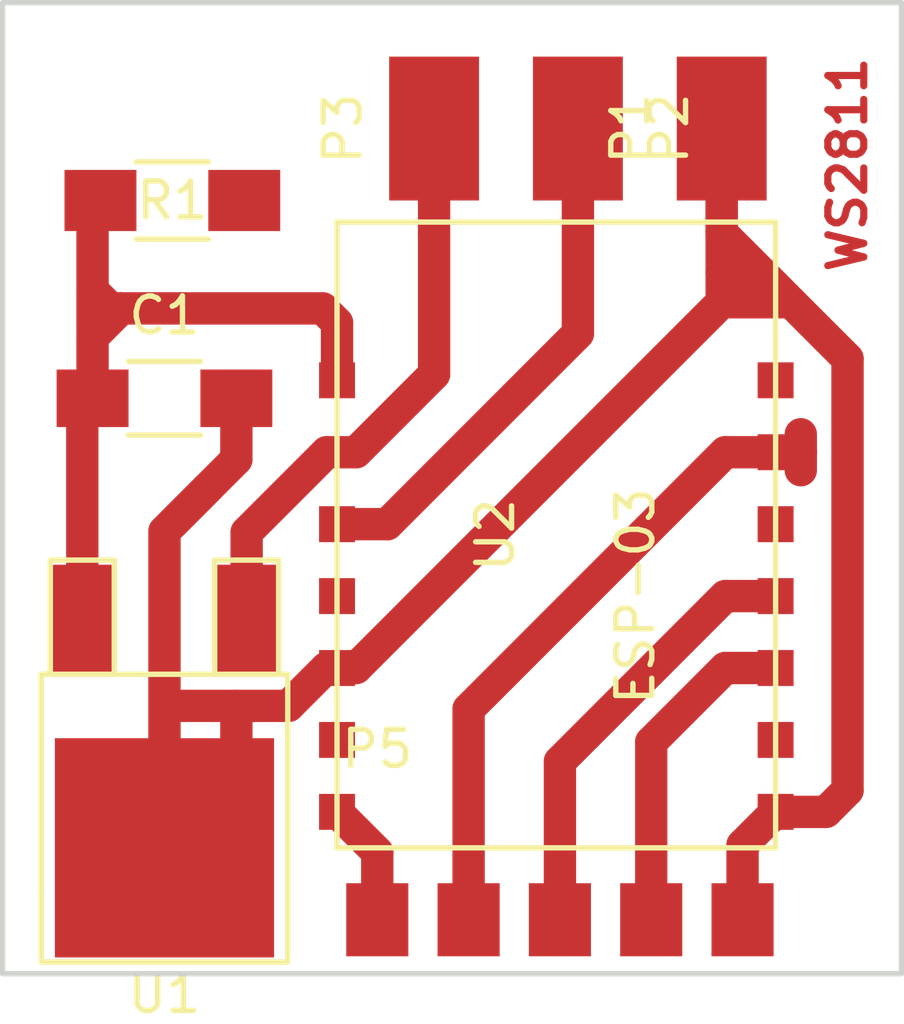
<source format=kicad_pcb>
(kicad_pcb (version 20171130) (host pcbnew "(5.1.12)-1")

  (general
    (thickness 1.6)
    (drawings 5)
    (tracks 69)
    (zones 0)
    (modules 8)
    (nets 9)
  )

  (page A4)
  (layers
    (0 F.Cu signal)
    (31 B.Cu signal)
    (32 B.Adhes user)
    (33 F.Adhes user)
    (34 B.Paste user)
    (35 F.Paste user)
    (36 B.SilkS user)
    (37 F.SilkS user)
    (38 B.Mask user)
    (39 F.Mask user)
    (40 Dwgs.User user)
    (41 Cmts.User user)
    (42 Eco1.User user)
    (43 Eco2.User user)
    (44 Edge.Cuts user)
    (45 Margin user)
    (46 B.CrtYd user)
    (47 F.CrtYd user)
    (48 B.Fab user)
    (49 F.Fab user hide)
  )

  (setup
    (last_trace_width 0.25)
    (user_trace_width 0.5)
    (user_trace_width 0.7)
    (user_trace_width 0.9)
    (user_trace_width 1.1)
    (user_trace_width 1.3)
    (user_trace_width 1.5)
    (user_trace_width 1.7)
    (trace_clearance 0.4)
    (zone_clearance 0.508)
    (zone_45_only no)
    (trace_min 0.2)
    (via_size 0.6)
    (via_drill 0.4)
    (via_min_size 0.4)
    (via_min_drill 0.3)
    (uvia_size 0.3)
    (uvia_drill 0.1)
    (uvias_allowed no)
    (uvia_min_size 0.2)
    (uvia_min_drill 0.1)
    (edge_width 0.15)
    (segment_width 0.2)
    (pcb_text_width 0.3)
    (pcb_text_size 1.5 1.5)
    (mod_edge_width 0.15)
    (mod_text_size 1 1)
    (mod_text_width 0.15)
    (pad_size 1.524 1.524)
    (pad_drill 0.762)
    (pad_to_mask_clearance 0.2)
    (aux_axis_origin 0 0)
    (visible_elements 7FFFFFFF)
    (pcbplotparams
      (layerselection 0x00030_80000001)
      (usegerberextensions false)
      (usegerberattributes true)
      (usegerberadvancedattributes true)
      (creategerberjobfile true)
      (excludeedgelayer true)
      (linewidth 0.100000)
      (plotframeref false)
      (viasonmask false)
      (mode 1)
      (useauxorigin false)
      (hpglpennumber 1)
      (hpglpenspeed 20)
      (hpglpendiameter 15.000000)
      (psnegative false)
      (psa4output false)
      (plotreference true)
      (plotvalue true)
      (plotinvisibletext false)
      (padsonsilk false)
      (subtractmaskfromsilk false)
      (outputformat 1)
      (mirror false)
      (drillshape 1)
      (scaleselection 1)
      (outputdirectory ""))
  )

  (net 0 "")
  (net 1 +3V3)
  (net 2 GND)
  (net 3 /PSU_EN)
  (net 4 +5V)
  (net 5 /UART_RX)
  (net 6 /UART_TX)
  (net 7 /CH_PD)
  (net 8 /FLASH_EN)

  (net_class Default "This is the default net class."
    (clearance 0.4)
    (trace_width 0.25)
    (via_dia 0.6)
    (via_drill 0.4)
    (uvia_dia 0.3)
    (uvia_drill 0.1)
    (add_net +3V3)
    (add_net +5V)
    (add_net /CH_PD)
    (add_net /FLASH_EN)
    (add_net /PSU_EN)
    (add_net /UART_RX)
    (add_net /UART_TX)
    (add_net GND)
  )

  (module Resistors_SMD:R_1206_HandSoldering (layer F.Cu) (tedit 5418A20D) (tstamp 56856195)
    (at 107.22 80.5 180)
    (descr "Resistor SMD 1206, hand soldering")
    (tags "resistor 1206")
    (path /56844F3A)
    (attr smd)
    (fp_text reference R1 (at 0 0 180) (layer F.SilkS)
      (effects (font (size 1 1) (thickness 0.15)))
    )
    (fp_text value 10K (at 0 2.3 180) (layer F.Fab)
      (effects (font (size 1 1) (thickness 0.15)))
    )
    (fp_line (start -1 -1.075) (end 1 -1.075) (layer F.SilkS) (width 0.15))
    (fp_line (start 1 1.075) (end -1 1.075) (layer F.SilkS) (width 0.15))
    (fp_line (start 3.3 -1.2) (end 3.3 1.2) (layer F.CrtYd) (width 0.05))
    (fp_line (start -3.3 -1.2) (end -3.3 1.2) (layer F.CrtYd) (width 0.05))
    (fp_line (start -3.3 1.2) (end 3.3 1.2) (layer F.CrtYd) (width 0.05))
    (fp_line (start -3.3 -1.2) (end 3.3 -1.2) (layer F.CrtYd) (width 0.05))
    (pad 1 smd rect (at -2 0 180) (size 2 1.7) (layers F.Cu F.Paste F.Mask)
      (net 7 /CH_PD))
    (pad 2 smd rect (at 2 0 180) (size 2 1.7) (layers F.Cu F.Paste F.Mask)
      (net 1 +3V3))
    (model Resistors_SMD.3dshapes/R_1206_HandSoldering.wrl
      (at (xyz 0 0 0))
      (scale (xyz 1 1 1))
      (rotate (xyz 0 0 0))
    )
  )

  (module "WS2811 Controller:5pin_SMD" (layer F.Cu) (tedit 56850FAB) (tstamp 568561B4)
    (at 112.92 100.5)
    (tags "socket strip")
    (path /568466D4)
    (fp_text reference P5 (at 0 -4.75) (layer F.SilkS)
      (effects (font (size 1 1) (thickness 0.15)))
    )
    (fp_text value DEBUG_HDR (at 0 -2.54) (layer F.Fab)
      (effects (font (size 1 1) (thickness 0.15)))
    )
    (pad 1 smd rect (at 0 0) (size 1.7272 2.032) (layers F.Cu F.Paste F.Mask)
      (net 8 /FLASH_EN))
    (pad 2 smd rect (at 2.54 0) (size 1.7272 2.032) (layers F.Cu F.Paste F.Mask)
      (net 7 /CH_PD))
    (pad 3 smd rect (at 5.08 0) (size 1.7272 2.032) (layers F.Cu F.Paste F.Mask)
      (net 5 /UART_RX))
    (pad 4 smd rect (at 7.62 0) (size 1.7272 2.032) (layers F.Cu F.Paste F.Mask)
      (net 6 /UART_TX))
    (pad 5 smd rect (at 10.16 0) (size 1.7272 2.032) (layers F.Cu F.Paste F.Mask)
      (net 2 GND))
  )

  (module "WS2811 Controller:esp-03" (layer F.Cu) (tedit 568523B3) (tstamp 568561A0)
    (at 117.9 91.6)
    (descr "ESP8266 ESP-03 wifi module -- Phillip Pearson")
    (path /56845717)
    (fp_text reference U2 (at -1.7 -1.8 90) (layer F.SilkS)
      (effects (font (size 1 1) (thickness 0.15)))
    )
    (fp_text value ESP-03 (at 2.2 -0.1 90) (layer F.SilkS)
      (effects (font (size 1 1) (thickness 0.15)))
    )
    (fp_line (start 6.1 6.9) (end -6.1 6.9) (layer F.SilkS) (width 0.15))
    (fp_line (start 6.1 -10.5) (end 6.1 6.9) (layer F.SilkS) (width 0.15))
    (fp_line (start -6.1 -10.5) (end 6.1 -10.5) (layer F.SilkS) (width 0.15))
    (fp_line (start -6.1 6.9) (end -6.1 -10.5) (layer F.SilkS) (width 0.15))
    (pad 14 smd rect (at -6.1 5.9) (size 1 1) (layers F.Cu F.Paste F.Mask)
      (net 8 /FLASH_EN))
    (pad 13 smd rect (at -6.1 3.9) (size 1 1) (layers F.Cu F.Paste F.Mask))
    (pad 12 smd rect (at -6.1 1.9) (size 1 1) (layers F.Cu F.Paste F.Mask)
      (net 2 GND))
    (pad 11 smd rect (at -6.1 -0.1) (size 1 1) (layers F.Cu F.Paste F.Mask))
    (pad 10 smd rect (at -6.1 -2.1) (size 1 1) (layers F.Cu F.Paste F.Mask)
      (net 3 /PSU_EN))
    (pad 8 smd rect (at -6.1 -6.1) (size 1 1) (layers F.Cu F.Paste F.Mask)
      (net 1 +3V3))
    (pad 1 smd rect (at 6.1 5.9) (size 1 1) (layers F.Cu F.Paste F.Mask)
      (net 2 GND))
    (pad 2 smd rect (at 6.1 3.9) (size 1 1) (layers F.Cu F.Paste F.Mask))
    (pad 3 smd rect (at 6.1 1.9) (size 1 1) (layers F.Cu F.Paste F.Mask)
      (net 6 /UART_TX))
    (pad 4 smd rect (at 6.1 -0.1) (size 1 1) (layers F.Cu F.Paste F.Mask)
      (net 5 /UART_RX))
    (pad 5 smd rect (at 6.1 -2.1) (size 1 1) (layers F.Cu F.Paste F.Mask))
    (pad 6 smd rect (at 6.1 -4.1) (size 1 1) (layers F.Cu F.Paste F.Mask)
      (net 7 /CH_PD))
    (pad 7 smd rect (at 6.1 -6.1) (size 1 1) (layers F.Cu F.Paste F.Mask))
  )

  (module "WS2811 Controller:SolderPad" (layer F.Cu) (tedit 5685120B) (tstamp 56856191)
    (at 114.5 78.5 270)
    (path /568473F2)
    (fp_text reference P3 (at 0 2.54 270) (layer F.SilkS)
      (effects (font (size 1 1) (thickness 0.15)))
    )
    (fp_text value PSU_5V (at 0 -2.54 270) (layer F.Fab) hide
      (effects (font (size 1 1) (thickness 0.15)))
    )
    (pad 1 smd rect (at 0 0 270) (size 4 2.5) (layers F.Cu F.Paste F.Mask)
      (net 4 +5V))
  )

  (module "WS2811 Controller:SolderPad" (layer F.Cu) (tedit 56844E9E) (tstamp 5685618D)
    (at 122.5 78.5 270)
    (path /56846D85)
    (fp_text reference P1 (at 0 2.54 270) (layer F.SilkS)
      (effects (font (size 1 1) (thickness 0.15)))
    )
    (fp_text value PSU_GND (at 0 -2.54 270) (layer F.Fab)
      (effects (font (size 1 1) (thickness 0.15)))
    )
    (pad 1 smd rect (at 0 0 270) (size 4 2.5) (layers F.Cu F.Paste F.Mask)
      (net 2 GND))
  )

  (module Capacitors_SMD:C_1206_HandSoldering (layer F.Cu) (tedit 541A9C03) (tstamp 56856182)
    (at 107 86)
    (descr "Capacitor SMD 1206, hand soldering")
    (tags "capacitor 1206")
    (path /568459F2)
    (attr smd)
    (fp_text reference C1 (at 0 -2.3) (layer F.SilkS)
      (effects (font (size 1 1) (thickness 0.15)))
    )
    (fp_text value 22u (at 0 2.3) (layer F.Fab)
      (effects (font (size 1 1) (thickness 0.15)))
    )
    (fp_line (start -1 1.025) (end 1 1.025) (layer F.SilkS) (width 0.15))
    (fp_line (start 1 -1.025) (end -1 -1.025) (layer F.SilkS) (width 0.15))
    (fp_line (start 3.3 -1.15) (end 3.3 1.15) (layer F.CrtYd) (width 0.05))
    (fp_line (start -3.3 -1.15) (end -3.3 1.15) (layer F.CrtYd) (width 0.05))
    (fp_line (start -3.3 1.15) (end 3.3 1.15) (layer F.CrtYd) (width 0.05))
    (fp_line (start -3.3 -1.15) (end 3.3 -1.15) (layer F.CrtYd) (width 0.05))
    (pad 1 smd rect (at -2 0) (size 2 1.6) (layers F.Cu F.Paste F.Mask)
      (net 1 +3V3))
    (pad 2 smd rect (at 2 0) (size 2 1.6) (layers F.Cu F.Paste F.Mask)
      (net 2 GND))
    (model Capacitors_SMD.3dshapes/C_1206_HandSoldering.wrl
      (at (xyz 0 0 0))
      (scale (xyz 1 1 1))
      (rotate (xyz 0 0 0))
    )
  )

  (module "WS2811 Controller:SolderPad" (layer F.Cu) (tedit 56844E9E) (tstamp 5685617E)
    (at 118.5 78.5 90)
    (path /56847536)
    (fp_text reference P2 (at 0 2.54 90) (layer F.SilkS)
      (effects (font (size 1 1) (thickness 0.15)))
    )
    (fp_text value PSU_EN (at 0 -2.54 90) (layer F.Fab)
      (effects (font (size 1 1) (thickness 0.15)))
    )
    (pad 1 smd rect (at 0 0 90) (size 4 2.5) (layers F.Cu F.Paste F.Mask)
      (net 3 /PSU_EN))
  )

  (module TO_SOT_Packages_SMD:TO-252-2Lead (layer F.Cu) (tedit 0) (tstamp 5685616D)
    (at 107 92.15 180)
    (descr "DPAK / TO-252 2-lead smd package")
    (tags "dpak TO-252")
    (path /568459C3)
    (attr smd)
    (fp_text reference U1 (at 0 -10.414 180) (layer F.SilkS)
      (effects (font (size 1 1) (thickness 0.15)))
    )
    (fp_text value LF33 (at 0 -2.413 180) (layer F.Fab)
      (effects (font (size 1 1) (thickness 0.15)))
    )
    (fp_line (start 3.429 -9.398) (end 3.429 -7.62) (layer F.SilkS) (width 0.15))
    (fp_line (start -3.429 -9.525) (end 3.429 -9.525) (layer F.SilkS) (width 0.15))
    (fp_line (start -3.429 -1.524) (end -3.429 -9.398) (layer F.SilkS) (width 0.15))
    (fp_line (start 3.429 -1.524) (end -3.429 -1.524) (layer F.SilkS) (width 0.15))
    (fp_line (start 3.429 -7.62) (end 3.429 -1.524) (layer F.SilkS) (width 0.15))
    (fp_line (start -1.397 1.651) (end -1.397 -1.524) (layer F.SilkS) (width 0.15))
    (fp_line (start -3.175 1.651) (end -1.397 1.651) (layer F.SilkS) (width 0.15))
    (fp_line (start -3.175 -1.524) (end -3.175 1.651) (layer F.SilkS) (width 0.15))
    (fp_line (start 3.175 1.651) (end 3.175 -1.524) (layer F.SilkS) (width 0.15))
    (fp_line (start 1.397 1.651) (end 3.175 1.651) (layer F.SilkS) (width 0.15))
    (fp_line (start 1.397 -1.524) (end 1.397 1.651) (layer F.SilkS) (width 0.15))
    (pad 1 smd rect (at -2.286 0 180) (size 1.651 3.048) (layers F.Cu F.Paste F.Mask)
      (net 4 +5V))
    (pad 2 smd rect (at 0 -6.35 180) (size 6.096 6.096) (layers F.Cu F.Paste F.Mask)
      (net 2 GND))
    (pad 3 smd rect (at 2.286 0 180) (size 1.651 3.048) (layers F.Cu F.Paste F.Mask)
      (net 1 +3V3))
    (model TO_SOT_Packages_SMD.3dshapes/TO-252-2Lead.wrl
      (at (xyz 0 0 0))
      (scale (xyz 1 1 1))
      (rotate (xyz 0 0 0))
    )
  )

  (gr_line (start 102.5 75) (end 127.5 75) (layer Edge.Cuts) (width 0.15) (tstamp 5685616C))
  (gr_line (start 127.5 102) (end 102.5 102) (layer Edge.Cuts) (width 0.15) (tstamp 5685616B))
  (gr_line (start 102.5 102) (end 102.5 75) (layer Edge.Cuts) (width 0.15) (tstamp 5685616A))
  (gr_line (start 127.5 75) (end 127.5 102) (layer Edge.Cuts) (width 0.15) (tstamp 56856169))
  (gr_text WS2811 (at 126 79.5 90) (layer F.Cu) (tstamp 5685615F)
    (effects (font (size 1 1) (thickness 0.2)))
  )

  (segment (start 105 86) (end 105 84.3) (width 0.9) (layer F.Cu) (net 1) (tstamp 56856149))
  (segment (start 104.714 86.286) (end 105 86) (width 0.9) (layer F.Cu) (net 1) (tstamp 56856148))
  (segment (start 104.714 92.15) (end 104.714 86.286) (width 0.9) (layer F.Cu) (net 1) (tstamp 56856147))
  (segment (start 105 84.3) (end 105 83) (width 0.9) (layer F.Cu) (net 1) (tstamp 56856140))
  (segment (start 105 84.3) (end 105.8 83.5) (width 0.9) (layer F.Cu) (net 1) (tstamp 5685613F))
  (segment (start 105.5 83.5) (end 105 83) (width 0.9) (layer F.Cu) (net 1) (tstamp 5685613E))
  (segment (start 105.8 83.5) (end 111.4 83.5) (width 0.9) (layer F.Cu) (net 1) (tstamp 5685613C))
  (segment (start 105.8 83.5) (end 105.5 83.5) (width 0.9) (layer F.Cu) (net 1) (tstamp 5685613A))
  (segment (start 105 83) (end 105 81) (width 0.9) (layer F.Cu) (net 1) (tstamp 56856139))
  (segment (start 111.8 83.9) (end 111.8 85.5) (width 0.9) (layer F.Cu) (net 1) (tstamp 56856133))
  (segment (start 111.4 83.5) (end 111.8 83.9) (width 0.9) (layer F.Cu) (net 1) (tstamp 5685612F))
  (segment (start 126 84.9) (end 126 96.9) (width 0.9) (layer F.Cu) (net 2) (tstamp 56856165))
  (segment (start 112.330002 93.5) (end 122.5 83.330002) (width 0.9) (layer F.Cu) (net 2) (tstamp 56856164))
  (segment (start 122.5 81.4) (end 122.5 78.5) (width 0.9) (layer F.Cu) (net 2) (tstamp 56856162))
  (segment (start 122.5 81.5) (end 122.5 78.5) (width 0.9) (layer F.Cu) (net 2) (tstamp 56856161))
  (segment (start 123 81.9) (end 122.5 81.4) (width 0.9) (layer F.Cu) (net 2) (tstamp 56856160))
  (segment (start 122.5 82.5) (end 122.5 81.4) (width 0.9) (layer F.Cu) (net 2) (tstamp 5685615E))
  (segment (start 126 96.9) (end 125.4 97.5) (width 0.9) (layer F.Cu) (net 2) (tstamp 5685615C))
  (segment (start 125.4 97.5) (end 124 97.5) (width 0.9) (layer F.Cu) (net 2) (tstamp 5685615A))
  (segment (start 123 83) (end 122.5 82.5) (width 0.9) (layer F.Cu) (net 2) (tstamp 56856159))
  (segment (start 124.430002 83.330002) (end 123 81.9) (width 0.9) (layer F.Cu) (net 2) (tstamp 56856158))
  (segment (start 124.1 83) (end 123 81.9) (width 0.9) (layer F.Cu) (net 2) (tstamp 56856157))
  (segment (start 122.5 83.330002) (end 124.430002 83.330002) (width 0.9) (layer F.Cu) (net 2) (tstamp 56856156))
  (segment (start 122.5 83.330002) (end 122.5 82.5) (width 0.9) (layer F.Cu) (net 2) (tstamp 56856155))
  (segment (start 124.1 83) (end 123 83) (width 0.9) (layer F.Cu) (net 2) (tstamp 56856154))
  (segment (start 123.08 100.5) (end 123.08 98.42) (width 0.9) (layer F.Cu) (net 2) (tstamp 56856153))
  (segment (start 124 97.5) (end 123.08 98.42) (width 0.9) (layer F.Cu) (net 2) (tstamp 5685614F))
  (segment (start 124.430002 83.330002) (end 126 84.9) (width 0.9) (layer F.Cu) (net 2) (tstamp 5685614A))
  (segment (start 108.8 86) (end 109 86) (width 0.9) (layer F.Cu) (net 2) (tstamp 56856146))
  (segment (start 108.2 88.5) (end 109 87.7) (width 0.9) (layer F.Cu) (net 2) (tstamp 56856138))
  (segment (start 107 89.7) (end 108.2 88.5) (width 0.9) (layer F.Cu) (net 2) (tstamp 56856136))
  (segment (start 109 87.7) (end 109 86) (width 0.9) (layer F.Cu) (net 2) (tstamp 56856135))
  (segment (start 107.2 89.5) (end 108.2 88.5) (width 0.9) (layer F.Cu) (net 2) (tstamp 56856134))
  (segment (start 111.501999 93.5) (end 111.8 93.5) (width 0.9) (layer F.Cu) (net 2) (tstamp 5685612C))
  (segment (start 110.449999 94.552) (end 111.501999 93.5) (width 0.9) (layer F.Cu) (net 2) (tstamp 5685612B))
  (segment (start 111.8 93.5) (end 112.330002 93.5) (width 0.9) (layer F.Cu) (net 2) (tstamp 56856129))
  (segment (start 107 94.552) (end 109 94.552) (width 0.9) (layer F.Cu) (net 2) (tstamp 56856128))
  (segment (start 109 94.552) (end 110.449999 94.552) (width 0.9) (layer F.Cu) (net 2) (tstamp 56856126))
  (segment (start 107 94.552) (end 107 89.7) (width 0.9) (layer F.Cu) (net 2) (tstamp 56856125))
  (segment (start 107 94.552) (end 107 98.5) (width 0.9) (layer F.Cu) (net 2) (tstamp 56856124))
  (segment (start 107 98.5) (end 107 98.0115) (width 0.9) (layer F.Cu) (net 2) (tstamp 56856123))
  (segment (start 109 94.552) (end 109 96.5) (width 0.9) (layer F.Cu) (net 2) (tstamp 56856122))
  (segment (start 109 96.5) (end 107 98.5) (width 0.9) (layer F.Cu) (net 2) (tstamp 56856121))
  (segment (start 118.5 78.5) (end 118.5 84.2) (width 0.9) (layer F.Cu) (net 3) (tstamp 56856143))
  (segment (start 113.2 89.5) (end 111.8 89.5) (width 0.9) (layer F.Cu) (net 3) (tstamp 56856132))
  (segment (start 118.5 84.2) (end 113.2 89.5) (width 0.9) (layer F.Cu) (net 3) (tstamp 56856131))
  (segment (start 114.5 85.330002) (end 114.5 81.4) (width 0.9) (layer F.Cu) (net 4) (tstamp 56856145))
  (segment (start 114.5 81.4) (end 114.5 78.5) (width 0.9) (layer F.Cu) (net 4) (tstamp 56856144))
  (segment (start 113.85 79.15) (end 114.5 78.5) (width 0.9) (layer F.Cu) (net 4) (tstamp 56856142))
  (segment (start 114.35 78.65) (end 114.5 78.5) (width 0.9) (layer F.Cu) (net 4) (tstamp 56856141))
  (segment (start 109.286 89.726) (end 111.512 87.5) (width 0.9) (layer F.Cu) (net 4) (tstamp 56856137))
  (segment (start 111.512 87.5) (end 112.330002 87.5) (width 0.9) (layer F.Cu) (net 4) (tstamp 56856130))
  (segment (start 112.330002 87.5) (end 114.5 85.330002) (width 0.9) (layer F.Cu) (net 4) (tstamp 5685612E))
  (segment (start 109.286 92.15) (end 109.286 89.726) (width 0.9) (layer F.Cu) (net 4) (tstamp 56856127))
  (segment (start 122.6 91.5) (end 118 96.1) (width 0.9) (layer F.Cu) (net 5) (tstamp 56856167))
  (segment (start 124 91.5) (end 122.6 91.5) (width 0.9) (layer F.Cu) (net 5) (tstamp 5685615B))
  (segment (start 118 100.5) (end 118 96.1) (width 0.9) (layer F.Cu) (net 5) (tstamp 56856151))
  (segment (start 120.54 95.56) (end 122.6 93.5) (width 0.9) (layer F.Cu) (net 6) (tstamp 56856168))
  (segment (start 122.6 93.5) (end 124 93.5) (width 0.9) (layer F.Cu) (net 6) (tstamp 5685615D))
  (segment (start 120.54 100.5) (end 120.54 95.56) (width 0.9) (layer F.Cu) (net 6) (tstamp 5685614E))
  (segment (start 122.6 87.5) (end 115.46 94.64) (width 0.9) (layer F.Cu) (net 7) (tstamp 56856166))
  (segment (start 124 87.5) (end 122.6 87.5) (width 0.9) (layer F.Cu) (net 7) (tstamp 56856163))
  (segment (start 115.46 94.64) (end 115.46 94.609998) (width 0.7) (layer F.Cu) (net 7) (tstamp 56856152))
  (segment (start 115.46 100.5) (end 115.46 94.64) (width 0.9) (layer F.Cu) (net 7) (tstamp 56856150))
  (segment (start 124.69999 87.5) (end 124 87.5) (width 0.9) (layer F.Cu) (net 7) (tstamp 5685614D))
  (segment (start 124.69999 87) (end 124.69999 87.5) (width 0.9) (layer F.Cu) (net 7) (tstamp 5685614C))
  (segment (start 124.69999 88) (end 124.69999 87.5) (width 0.9) (layer F.Cu) (net 7) (tstamp 5685614B))
  (segment (start 112.92 98.62) (end 111.8 97.5) (width 0.9) (layer F.Cu) (net 8) (tstamp 5685612D))
  (segment (start 112.92 100.5) (end 112.92 98.62) (width 0.9) (layer F.Cu) (net 8) (tstamp 5685612A))

)

</source>
